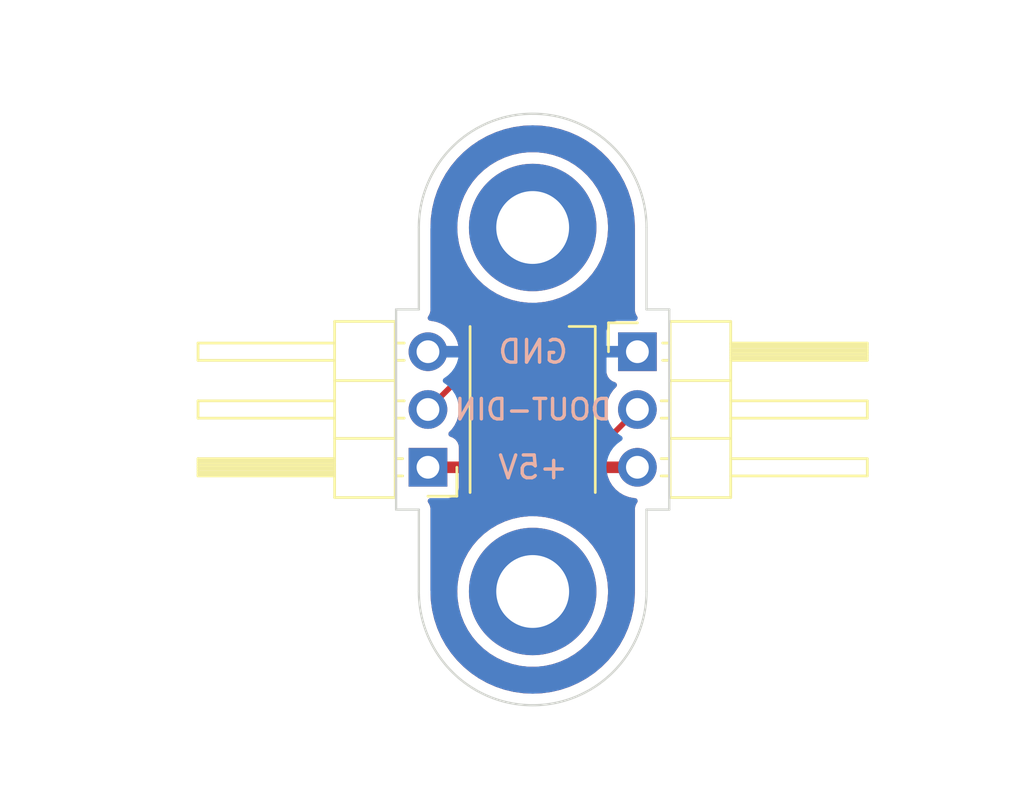
<source format=kicad_pcb>
(kicad_pcb (version 20211014) (generator pcbnew)
  (layers (0 "F.Cu" signal) (31 "B.Cu" signal) (34 "B.Paste" user) (35 "F.Paste" user) (36 "B.SilkS" user "B.Silkscreen") (37 "F.SilkS" user "F.Silkscreen") (38 "B.Mask" user) (39 "F.Mask" user) (44 "Edge.Cuts" user))
  (net 0 "")
  (net 1 "GND")
  (net 2 "+5V")
  (net 3 "DOUT")
  (net 4 "DIN")
  (footprint "LED_SMD:LED_WS2812B_PLCC4_5.0x5.0mm_P3.2mm" (layer "F.Cu") (at 161.4 100.2 90)
    (fp_text reference "D1" hide)
    (fp_text value "WS2812B")
    (fp_line (start -3.65 -2.75) (end 3.65 -2.75) (layer "F.SilkS") (width 0.12))
    (fp_line (start -3.65 2.75) (end 3.65 2.75) (layer "F.SilkS") (width 0.12))
    (fp_line (start 3.65 2.75) (end 3.65 1.6) (layer "F.SilkS") (width 0.12))
    (pad "1" smd rect (at -2.45 -1.65 90) (size 1.5 0.9) (layers "F.Cu" "F.Paste" "F.Mask") (net 2 "+5V"))
    (pad "2" smd rect (at -2.45 1.65 90) (size 1.5 0.9) (layers "F.Cu" "F.Paste" "F.Mask") (net 3 "DOUT"))
    (pad "3" smd rect (at 2.45 1.65 90) (size 1.5 0.9) (layers "F.Cu" "F.Paste" "F.Mask") (net 1 "GND"))
    (pad "4" smd rect (at 2.45 -1.65 90) (size 1.5 0.9) (layers "F.Cu" "F.Paste" "F.Mask") (net 4 "DIN"))
  )
  (footprint "MountingHole:MountingHole_3.2mm_M3_DIN965_Pad" (layer "F.Cu") (at 161.4 92.2)
    (fp_text reference "REF**" hide)
    (fp_text value "MountingHole_3.2mm_M3_DIN965_Pad")
    (pad "1" thru_hole circle locked (at 0 0) (size 5.6 5.6) (drill 3.2) (layers *.Cu *.Mask))
  )
  (footprint "Connector_PinHeader_2.54mm:PinHeader_1x03_P2.54mm_Horizontal" (layer "F.Cu") (at 156.8 102.74 180)
    (fp_text reference "J1" hide)
    (fp_text value "Conn_01x03_Female")
    (fp_line (start 4.1 -0.08) (end 10.1 -0.08) (layer "F.SilkS") (width 0.12))
    (fp_line (start 4.1 6.41) (end 4.1 -1.33) (layer "F.SilkS") (width 0.12))
    (fp_line (start 4.1 4.7) (end 10.1 4.7) (layer "F.SilkS") (width 0.12))
    (fp_line (start 1.042929 4.7) (end 1.44 4.7) (layer "F.SilkS") (width 0.12))
    (fp_line (start 1.44 -1.33) (end 1.44 6.41) (layer "F.SilkS") (width 0.12))
    (fp_line (start 4.1 -0.2) (end 10.1 -0.2) (layer "F.SilkS") (width 0.12))
    (fp_line (start 10.1 0.38) (end 4.1 0.38) (layer "F.SilkS") (width 0.12))
    (fp_line (start 1.11 0.38) (end 1.44 0.38) (layer "F.SilkS") (width 0.12))
    (fp_line (start 1.11 -0.38) (end 1.44 -0.38) (layer "F.SilkS") (width 0.12))
    (fp_line (start 1.042929 5.46) (end 1.44 5.46) (layer "F.SilkS") (width 0.12))
    (fp_line (start 4.1 -0.38) (end 10.1 -0.38) (layer "F.SilkS") (width 0.12))
    (fp_line (start 4.1 0.16) (end 10.1 0.16) (layer "F.SilkS") (width 0.12))
    (fp_line (start -1.27 -1.27) (end 0 -1.27) (layer "F.SilkS") (width 0.12))
    (fp_line (start -1.27 0) (end -1.27 -1.27) (layer "F.SilkS") (width 0.12))
    (fp_line (start 1.44 3.81) (end 4.1 3.81) (layer "F.SilkS") (width 0.12))
    (fp_line (start 4.1 -0.32) (end 10.1 -0.32) (layer "F.SilkS") (width 0.12))
    (fp_line (start 1.042929 2.92) (end 1.44 2.92) (layer "F.SilkS") (width 0.12))
    (fp_line (start 10.1 2.92) (end 4.1 2.92) (layer "F.SilkS") (width 0.12))
    (fp_line (start 1.042929 2.16) (end 1.44 2.16) (layer "F.SilkS") (width 0.12))
    (fp_line (start 4.1 -1.33) (end 1.44 -1.33) (layer "F.SilkS") (width 0.12))
    (fp_line (start 4.1 0.04) (end 10.1 0.04) (layer "F.SilkS") (width 0.12))
    (fp_line (start 1.44 1.27) (end 4.1 1.27) (layer "F.SilkS") (width 0.12))
    (fp_line (start 10.1 4.7) (end 10.1 5.46) (layer "F.SilkS") (width 0.12))
    (fp_line (start 10.1 5.46) (end 4.1 5.46) (layer "F.SilkS") (width 0.12))
    (fp_line (start 10.1 -0.38) (end 10.1 0.38) (layer "F.SilkS") (width 0.12))
    (fp_line (start 4.1 0.28) (end 10.1 0.28) (layer "F.SilkS") (width 0.12))
    (fp_line (start 4.1 2.16) (end 10.1 2.16) (layer "F.SilkS") (width 0.12))
    (fp_line (start 10.1 2.16) (end 10.1 2.92) (layer "F.SilkS") (width 0.12))
    (fp_line (start 1.44 6.41) (end 4.1 6.41) (layer "F.SilkS") (width 0.12))
    (pad "1" thru_hole rect (at 0 0 180) (size 1.7 1.7) (drill 1) (layers *.Cu *.Mask) (net 2 "+5V"))
    (pad "2" thru_hole oval (at 0 2.54 180) (size 1.7 1.7) (drill 1) (layers *.Cu *.Mask) (net 4 "DIN"))
    (pad "3" thru_hole oval (at 0 5.08 180) (size 1.7 1.7) (drill 1) (layers *.Cu *.Mask) (net 1 "GND"))
  )
  (footprint "Connector_PinHeader_2.54mm:PinHeader_1x03_P2.54mm_Horizontal" (layer "F.Cu") (at 166 97.66)
    (fp_text reference "J2" hide)
    (fp_text value "Conn_01x03_Female")
    (fp_line (start 10.1 5.46) (end 4.1 5.46) (layer "F.SilkS") (width 0.12))
    (fp_line (start 10.1 2.16) (end 10.1 2.92) (layer "F.SilkS") (width 0.12))
    (fp_line (start 4.1 0.28) (end 10.1 0.28) (layer "F.SilkS") (width 0.12))
    (fp_line (start 1.11 -0.38) (end 1.44 -0.38) (layer "F.SilkS") (width 0.12))
    (fp_line (start 1.44 -1.33) (end 1.44 6.41) (layer "F.SilkS") (width 0.12))
    (fp_line (start 1.11 0.38) (end 1.44 0.38) (layer "F.SilkS") (width 0.12))
    (fp_line (start 1.042929 5.46) (end 1.44 5.46) (layer "F.SilkS") (width 0.12))
    (fp_line (start 4.1 2.16) (end 10.1 2.16) (layer "F.SilkS") (width 0.12))
    (fp_line (start 10.1 2.92) (end 4.1 2.92) (layer "F.SilkS") (width 0.12))
    (fp_line (start 1.44 6.41) (end 4.1 6.41) (layer "F.SilkS") (width 0.12))
    (fp_line (start 4.1 0.16) (end 10.1 0.16) (layer "F.SilkS") (width 0.12))
    (fp_line (start 4.1 -1.33) (end 1.44 -1.33) (layer "F.SilkS") (width 0.12))
    (fp_line (start 10.1 -0.38) (end 10.1 0.38) (layer "F.SilkS") (width 0.12))
    (fp_line (start 4.1 -0.38) (end 10.1 -0.38) (layer "F.SilkS") (width 0.12))
    (fp_line (start 4.1 0.04) (end 10.1 0.04) (layer "F.SilkS") (width 0.12))
    (fp_line (start 4.1 -0.32) (end 10.1 -0.32) (layer "F.SilkS") (width 0.12))
    (fp_line (start -1.27 0) (end -1.27 -1.27) (layer "F.SilkS") (width 0.12))
    (fp_line (start 4.1 4.7) (end 10.1 4.7) (layer "F.SilkS") (width 0.12))
    (fp_line (start 4.1 -0.2) (end 10.1 -0.2) (layer "F.SilkS") (width 0.12))
    (fp_line (start -1.27 -1.27) (end 0 -1.27) (layer "F.SilkS") (width 0.12))
    (fp_line (start 4.1 6.41) (end 4.1 -1.33) (layer "F.SilkS") (width 0.12))
    (fp_line (start 1.042929 2.92) (end 1.44 2.92) (layer "F.SilkS") (width 0.12))
    (fp_line (start 1.042929 4.7) (end 1.44 4.7) (layer "F.SilkS") (width 0.12))
    (fp_line (start 1.44 3.81) (end 4.1 3.81) (layer "F.SilkS") (width 0.12))
    (fp_line (start 4.1 -0.08) (end 10.1 -0.08) (layer "F.SilkS") (width 0.12))
    (fp_line (start 10.1 4.7) (end 10.1 5.46) (layer "F.SilkS") (width 0.12))
    (fp_line (start 10.1 0.38) (end 4.1 0.38) (layer "F.SilkS") (width 0.12))
    (fp_line (start 1.042929 2.16) (end 1.44 2.16) (layer "F.SilkS") (width 0.12))
    (fp_line (start 1.44 1.27) (end 4.1 1.27) (layer "F.SilkS") (width 0.12))
    (pad "1" thru_hole rect (at 0 0) (size 1.7 1.7) (drill 1) (layers *.Cu *.Mask) (net 1 "GND"))
    (pad "2" thru_hole oval (at 0 2.54) (size 1.7 1.7) (drill 1) (layers *.Cu *.Mask) (net 3 "DOUT"))
    (pad "3" thru_hole oval (at 0 5.08) (size 1.7 1.7) (drill 1) (layers *.Cu *.Mask) (net 2 "+5V"))
  )
  (footprint "MountingHole:MountingHole_3.2mm_M3_DIN965_Pad" (layer "F.Cu") (at 161.4 108.2)
    (fp_text reference "REF**" hide)
    (fp_text value "MountingHole_3.2mm_M3_DIN965_Pad")
    (pad "1" thru_hole circle locked (at 0 0) (size 5.6 5.6) (drill 3.2) (layers *.Cu *.Mask))
  )
  (gr_line (start 166.4 108.2) (end 166.4 104.6) (layer "Edge.Cuts") (width 0.1))
  (gr_line (start 156.4 108.2) (end 156.4 104.6) (layer "Edge.Cuts") (width 0.1))
  (gr_arc (start 156.4 92.2) (mid 161.4 87.2) (end 166.4 92.2) (layer "Edge.Cuts") (width 0.1))
  (gr_line (start 167.4 95.8) (end 167.4 104.6) (layer "Edge.Cuts") (width 0.1))
  (gr_line (start 156.4 95.8) (end 155.4 95.8) (layer "Edge.Cuts") (width 0.1))
  (gr_line (start 166.4 92.2) (end 166.4 95.8) (layer "Edge.Cuts") (width 0.1))
  (gr_line (start 156.4 104.6) (end 155.4 104.6) (layer "Edge.Cuts") (width 0.1))
  (gr_line (start 166.4 104.6) (end 167.4 104.6) (layer "Edge.Cuts") (width 0.1))
  (gr_line (start 155.4 95.8) (end 155.4 104.6) (layer "Edge.Cuts") (width 0.1))
  (gr_line (start 156.4 92.2) (end 156.4 95.8) (layer "Edge.Cuts") (width 0.1))
  (gr_line (start 166.4 95.8) (end 167.4 95.8) (layer "Edge.Cuts") (width 0.1))
  (gr_arc (start 166.4 108.2) (mid 161.4 113.2) (end 156.4 108.2) (layer "Edge.Cuts") (width 0.1))
  (gr_text "DOUT-DIN" (at 161.417 100.203) (layer "B.SilkS") (effects (font (size 0.9 0.9)) (justify mirror)))
  (gr_text "+5V" (at 161.417 102.743) (layer "B.SilkS") (effects (font (size 1 1)) (justify mirror)))
  (gr_text "GND" (at 161.417 97.663) (layer "B.SilkS") (effects (font (size 1 1)) (justify mirror)))
  (segment (start 163.05 97.75) (end 165.91 97.75) (width 0.25) (layer "F.Cu") (net 1))
  (segment (start 165.91 97.75) (end 166 97.66) (width 0.25) (layer "F.Cu") (net 1))
  (segment (start 163.05 102.65) (end 163.55 102.65) (width 0.25) (layer "F.Cu") (net 3))
  (segment (start 163.55 102.65) (end 166 100.2) (width 0.25) (layer "F.Cu") (net 3))
  (segment (start 159.25 97.75) (end 159.75 97.75) (width 0.25) (layer "F.Cu") (net 4))
  (segment (start 156.8 100.2) (end 159.25 97.75) (width 0.25) (layer "F.Cu") (net 4))
  (zone (net 2) (net_name "+5V") (layer "F.Cu") (connect_pads (clearance 0.508)) (min_thickness 0.254) (fill yes (thermal_gap 0.508) (thermal_bridge_width 0.508))
    (polygon (pts (xy 182.6 117.2) (xy 138.4 117.2) (xy 138.4 82.6) (xy 182.6 82.6)))
  )
  (zone (net 1) (net_name "GND") (layer "B.Cu") (connect_pads (clearance 0.508)) (min_thickness 0.254) (fill yes (thermal_gap 0.508) (thermal_bridge_width 0.508))
    (polygon (pts (xy 183 117.6) (xy 138 117.6) (xy 138 82.2) (xy 183 82.2)))
  )
)
</source>
